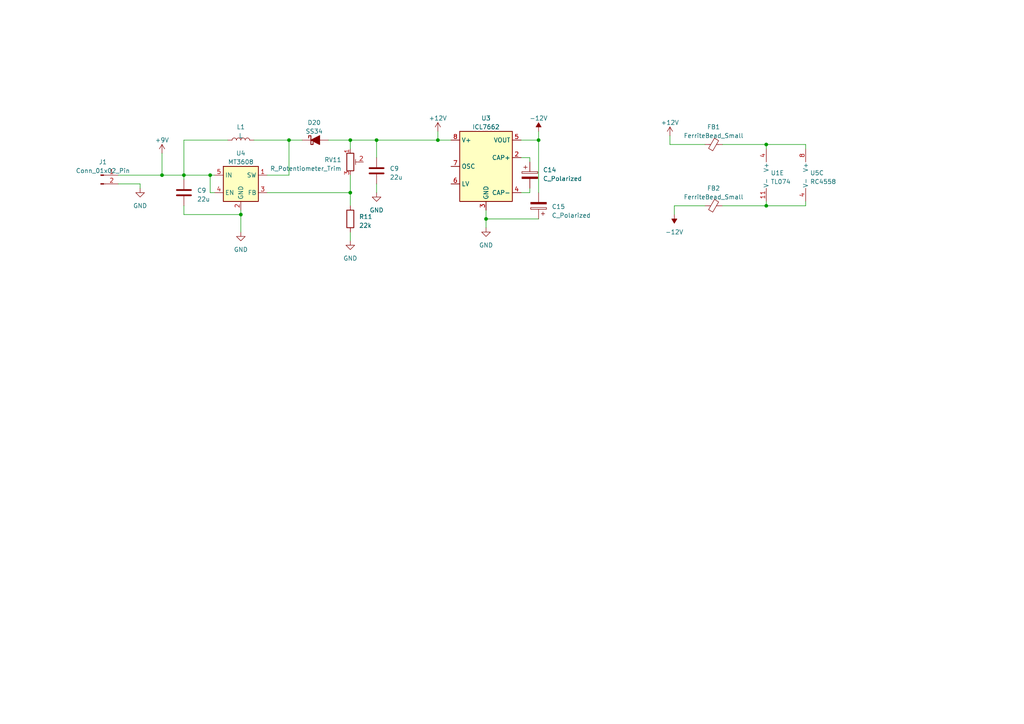
<source format=kicad_sch>
(kicad_sch (version 20230121) (generator eeschema)
  (paper "A4")
  (lib_symbols
    (symbol "Amplifier_Operational:RC4558" (pin_names (offset 0.127))
      (property "Reference" "U" (at 0 5.08 0))
      (property "Value" "RC4558" (at 0 -5.08 0))
      (symbol "RC4558_1_1"
        (polyline (pts (xy -5.08 5.08) (xy 5.08 0) (xy -5.08 -5.08) (xy -5.08 5.08)) (stroke (width 0.254)) (fill (type background)))
        (pin output line (at 7.62 0 180) (length 2.54) (name "~") (number "1"))
        (pin input line (at -7.62 -2.54 0) (length 2.54) (name "-") (number "2"))
        (pin input line (at -7.62 2.54 0) (length 2.54) (name "+") (number "3"))
      )
      (symbol "RC4558_2_1"
        (polyline (pts (xy -5.08 5.08) (xy 5.08 0) (xy -5.08 -5.08) (xy -5.08 5.08)) (stroke (width 0.254)) (fill (type background)))
        (pin input line (at -7.62 2.54 0) (length 2.54) (name "+") (number "5"))
        (pin input line (at -7.62 -2.54 0) (length 2.54) (name "-") (number "6"))
        (pin output line (at 7.62 0 180) (length 2.54) (name "~") (number "7"))
      )
      (symbol "RC4558_3_1"
        (pin power_in line (at -2.54 -7.62 90) (length 3.81) (name "V-") (number "4"))
        (pin power_in line (at -2.54 7.62 270) (length 3.81) (name "V+") (number "8"))
      )
    )
    (symbol "Amplifier_Operational:TL074" (pin_names (offset 0.127))
      (property "Reference" "U" (at 0 5.08 0))
      (property "Value" "TL074" (at 0 -5.08 0))
      (symbol "TL074_1_1"
        (polyline (pts (xy -5.08 5.08) (xy 5.08 0) (xy -5.08 -5.08) (xy -5.08 5.08)) (stroke (width 0.254)) (fill (type background)))
        (pin output line (at 7.62 0 180) (length 2.54) (name "~") (number "1"))
        (pin input line (at -7.62 -2.54 0) (length 2.54) (name "-") (number "2"))
        (pin input line (at -7.62 2.54 0) (length 2.54) (name "+") (number "3"))
      )
      (symbol "TL074_2_1"
        (polyline (pts (xy -5.08 5.08) (xy 5.08 0) (xy -5.08 -5.08) (xy -5.08 5.08)) (stroke (width 0.254)) (fill (type background)))
        (pin input line (at -7.62 2.54 0) (length 2.54) (name "+") (number "5"))
        (pin input line (at -7.62 -2.54 0) (length 2.54) (name "-") (number "6"))
        (pin output line (at 7.62 0 180) (length 2.54) (name "~") (number "7"))
      )
      (symbol "TL074_3_1"
        (polyline (pts (xy -5.08 5.08) (xy 5.08 0) (xy -5.08 -5.08) (xy -5.08 5.08)) (stroke (width 0.254)) (fill (type background)))
        (pin input line (at -7.62 2.54 0) (length 2.54) (name "+") (number "10"))
        (pin output line (at 7.62 0 180) (length 2.54) (name "~") (number "8"))
        (pin input line (at -7.62 -2.54 0) (length 2.54) (name "-") (number "9"))
      )
      (symbol "TL074_4_1"
        (polyline (pts (xy -5.08 5.08) (xy 5.08 0) (xy -5.08 -5.08) (xy -5.08 5.08)) (stroke (width 0.254)) (fill (type background)))
        (pin input line (at -7.62 2.54 0) (length 2.54) (name "+") (number "12"))
        (pin input line (at -7.62 -2.54 0) (length 2.54) (name "-") (number "13"))
        (pin output line (at 7.62 0 180) (length 2.54) (name "~") (number "14"))
      )
      (symbol "TL074_5_1"
        (pin power_in line (at -2.54 -7.62 90) (length 3.81) (name "V-") (number "11"))
        (pin power_in line (at -2.54 7.62 270) (length 3.81) (name "V+") (number "4"))
      )
    )
    (symbol "Connector:Conn_01x02_Pin" (pin_names (offset 1.016) hide)
      (property "Reference" "J" (at 0 2.54 0))
      (property "Value" "Conn_01x02_Pin" (at 0 -5.08 0))
      (symbol "Conn_01x02_Pin_1_1"
        (polyline (pts (xy 1.27 -2.54) (xy 0.8636 -2.54)) (stroke (width 0.1524)))
        (polyline (pts (xy 1.27 0) (xy 0.8636 0)) (stroke (width 0.1524)))
        (rectangle (start 0.8636 -2.413) (end 0 -2.667) (stroke (width 0.1524)) (fill (type outline)))
        (rectangle (start 0.8636 0.127) (end 0 -0.127) (stroke (width 0.1524)) (fill (type outline)))
        (pin passive line (at 5.08 0 180) (length 3.81) (name "Pin_1") (number "1"))
        (pin passive line (at 5.08 -2.54 180) (length 3.81) (name "Pin_2") (number "2"))
      )
    )
    (symbol "Device:C_Polarized" (pin_numbers hide) (pin_names (offset 0.254))
      (property "Reference" "C" (at 0.635 2.54 0))
      (property "Value" "C_Polarized" (at 0.635 -2.54 0))
      (symbol "C_Polarized_0_1"
        (rectangle (start -2.286 0.508) (end 2.286 1.016))
        (polyline (pts (xy -1.778 2.286) (xy -0.762 2.286)))
        (polyline (pts (xy -1.27 2.794) (xy -1.27 1.778)))
        (rectangle (start 2.286 -0.508) (end -2.286 -1.016) (fill (type outline)))
      )
      (symbol "C_Polarized_1_1"
        (pin passive line (at 0 3.81 270) (length 2.794) (name "~") (number "1"))
        (pin passive line (at 0 -3.81 90) (length 2.794) (name "~") (number "2"))
      )
    )
    (symbol "Device:FerriteBead_Small" (pin_numbers hide) (pin_names (offset 0))
      (property "Reference" "FB" (at 1.905 1.27 0))
      (property "Value" "FerriteBead_Small" (at 1.905 -1.27 0))
      (symbol "FerriteBead_Small_0_1"
        (polyline (pts (xy 0 -1.27) (xy 0 -0.7874)))
        (polyline (pts (xy 0 0.889) (xy 0 1.2954)))
        (polyline (pts (xy -1.8288 0.2794) (xy -1.1176 1.4986) (xy 1.8288 -0.2032) (xy 1.1176 -1.4224) (xy -1.8288 0.2794)))
      )
      (symbol "FerriteBead_Small_1_1"
        (pin passive line (at 0 2.54 270) (length 1.27) (name "~") (number "1"))
        (pin passive line (at 0 -2.54 90) (length 1.27) (name "~") (number "2"))
      )
    )
    (symbol "Device:L" (pin_numbers hide) (pin_names (offset 1.016) hide)
      (property "Reference" "L" (at -1.27 0 90))
      (property "Value" "L" (at 1.905 0 90))
      (symbol "L_0_1"
        (arc (start 0 -2.54) (mid 0.6323 -1.905) (end 0 -1.27))
        (arc (start 0 -1.27) (mid 0.6323 -0.635) (end 0 0))
        (arc (start 0 0) (mid 0.6323 0.635) (end 0 1.27))
        (arc (start 0 1.27) (mid 0.6323 1.905) (end 0 2.54))
      )
      (symbol "L_1_1"
        (pin passive line (at 0 3.81 270) (length 1.27) (name "1") (number "1"))
        (pin passive line (at 0 -3.81 90) (length 1.27) (name "2") (number "2"))
      )
    )
    (symbol "Device:R_Potentiometer_Trim" (pin_names (offset 1.016) hide)
      (property "Reference" "RV" (at -4.445 0 90))
      (property "Value" "R_Potentiometer_Trim" (at -2.54 0 90))
      (symbol "R_Potentiometer_Trim_0_1"
        (polyline (pts (xy 1.524 0.762) (xy 1.524 -0.762)))
        (polyline (pts (xy 2.54 0) (xy 1.524 0)))
        (rectangle (start 1.016 2.54) (end -1.016 -2.54) (stroke (width 0.254)))
      )
      (symbol "R_Potentiometer_Trim_1_1"
        (pin passive line (at 0 3.81 270) (length 1.27) (name "1") (number "1"))
        (pin passive line (at 3.81 0 180) (length 1.27) (name "2") (number "2"))
        (pin passive line (at 0 -3.81 90) (length 1.27) (name "3") (number "3"))
      )
    )
    (symbol "PCM_Capacitor_AKL:C_0603" (pin_numbers hide) (pin_names (offset 0.254))
      (property "Reference" "C" (at 0.635 2.54 0))
      (property "Value" "C_0603" (at 0.635 -2.54 0))
      (symbol "C_0603_0_1"
        (polyline (pts (xy -2.032 -0.762) (xy 2.032 -0.762)) (stroke (width 0.508)))
        (polyline (pts (xy -2.032 0.762) (xy 2.032 0.762)) (stroke (width 0.508)))
      )
      (symbol "C_0603_1_1"
        (pin passive line (at 0 3.81 270) (length 2.794) (name "~") (number "1"))
        (pin passive line (at 0 -3.81 90) (length 2.794) (name "~") (number "2"))
      )
    )
    (symbol "PCM_Diode_Schottky_AKL:SS34" (pin_numbers hide) (pin_names (offset 1.016) hide)
      (property "Reference" "D" (at 0 5.08 0))
      (property "Value" "SS34" (at 0 2.54 0))
      (symbol "SS34_0_1"
        (polyline (pts (xy -1.27 0) (xy 1.27 0)))
        (polyline (pts (xy -1.27 -1.27) (xy -1.27 1.27) (xy 1.27 0) (xy -1.27 -1.27)) (stroke (width 0.254)) (fill (type outline)))
        (polyline (pts (xy 1.905 -0.635) (xy 1.905 -1.27) (xy 1.27 -1.27) (xy 1.27 1.27) (xy 0.635 1.27) (xy 0.635 0.635)) (stroke (width 0.254)))
      )
      (symbol "SS34_1_1"
        (pin passive line (at 3.81 0 180) (length 2.54) (name "K") (number "1"))
        (pin passive line (at -3.81 0 0) (length 2.54) (name "A") (number "2"))
      )
    )
    (symbol "PCM_Resistor_AKL:R_0603" (pin_numbers hide) (pin_names (offset 0))
      (property "Reference" "R" (at 2.54 1.27 0))
      (property "Value" "R_0603" (at 2.54 -1.27 0))
      (symbol "R_0603_0_1"
        (rectangle (start -1.016 -2.54) (end 1.016 2.54) (stroke (width 0.254)))
      )
      (symbol "R_0603_1_1"
        (pin passive line (at 0 3.81 270) (length 1.27) (name "~") (number "1"))
        (pin passive line (at 0 -3.81 90) (length 1.27) (name "~") (number "2"))
      )
    )
    (symbol "Regulator_SwitchedCapacitor:ICL7660"
      (property "Reference" "U" (at -6.35 11.43 0))
      (property "Value" "ICL7660" (at 3.81 11.43 0))
      (symbol "ICL7660_0_1"
        (rectangle (start -7.62 10.16) (end 7.62 -10.16) (stroke (width 0.254)) (fill (type background)))
      )
      (symbol "ICL7660_1_1"
        (pin no_connect line (at -7.62 5.08 0) (length 2.54) hide (name "NC") (number "1"))
        (pin input line (at 10.16 2.54 180) (length 2.54) (name "CAP+") (number "2"))
        (pin power_in line (at 0 -12.7 90) (length 2.54) (name "GND") (number "3"))
        (pin input line (at 10.16 -7.62 180) (length 2.54) (name "CAP-") (number "4"))
        (pin power_out line (at 10.16 7.62 180) (length 2.54) (name "VOUT") (number "5"))
        (pin input line (at -10.16 -5.08 0) (length 2.54) (name "LV") (number "6"))
        (pin input line (at -10.16 0 0) (length 2.54) (name "OSC") (number "7"))
        (pin power_in line (at -10.16 7.62 0) (length 2.54) (name "V+") (number "8"))
      )
    )
    (symbol "Regulator_Switching:MT3608"
      (property "Reference" "U" (at -2.54 8.89 0))
      (property "Value" "MT3608" (at -3.81 6.35 0))
      (symbol "MT3608_0_1"
        (rectangle (start -5.08 5.08) (end 5.08 -5.08) (stroke (width 0.254)) (fill (type background)))
      )
      (symbol "MT3608_1_1"
        (pin passive line (at 7.62 2.54 180) (length 2.54) (name "SW") (number "1"))
        (pin power_in line (at 0 -7.62 90) (length 2.54) (name "GND") (number "2"))
        (pin input line (at 7.62 -2.54 180) (length 2.54) (name "FB") (number "3"))
        (pin input line (at -7.62 -2.54 0) (length 2.54) (name "EN") (number "4"))
        (pin power_in line (at -7.62 2.54 0) (length 2.54) (name "IN") (number "5"))
        (pin no_connect line (at 5.08 0 180) (length 2.54) hide (name "NC") (number "6"))
      )
    )
    (symbol "power:+12V" (power) (pin_names (offset 0))
      (property "Value" "+12V" (at 0 3.556 0))
      (symbol "+12V_0_1"
        (polyline (pts (xy -0.762 1.27) (xy 0 2.54)))
        (polyline (pts (xy 0 0) (xy 0 2.54)))
        (polyline (pts (xy 0 2.54) (xy 0.762 1.27)))
      )
      (symbol "+12V_1_1"
        (pin power_in line (at 0 0 90) (length 0) hide (name "+12V") (number "1"))
      )
    )
    (symbol "power:+9V" (power) (pin_names (offset 0))
      (property "Value" "+9V" (at 0 3.556 0))
      (symbol "+9V_0_1"
        (polyline (pts (xy -0.762 1.27) (xy 0 2.54)))
        (polyline (pts (xy 0 0) (xy 0 2.54)))
        (polyline (pts (xy 0 2.54) (xy 0.762 1.27)))
      )
      (symbol "+9V_1_1"
        (pin power_in line (at 0 0 90) (length 0) hide (name "+9V") (number "1"))
      )
    )
    (symbol "power:-12V" (power) (pin_names (offset 0))
      (property "Value" "-12V" (at 0 3.81 0))
      (symbol "-12V_0_0"
        (pin power_in line (at 0 0 90) (length 0) hide (name "-12V") (number "1"))
      )
      (symbol "-12V_0_1"
        (polyline (pts (xy 0 0) (xy 0 1.27) (xy 0.762 1.27) (xy 0 2.54) (xy -0.762 1.27) (xy 0 1.27)) (fill (type outline)))
      )
    )
    (symbol "power:GND" (power) (pin_names (offset 0))
      (property "Value" "GND" (at 0 -3.81 0))
      (symbol "GND_0_1"
        (polyline (pts (xy 0 0) (xy 0 -1.27) (xy 1.27 -1.27) (xy 0 -2.54) (xy -1.27 -1.27) (xy 0 -1.27)))
      )
      (symbol "GND_1_1"
        (pin power_in line (at 0 0 270) (length 0) hide (name "GND") (number "1"))
      )
    )
  )
  (junction (at 140.97 63.5))
  (junction (at 127 40.64))
  (junction (at 101.6 55.88))
  (junction (at 101.6 40.64))
  (junction (at 60.96 50.8))
  (junction (at 222.25 59.69))
  (junction (at 46.99 50.8))
  (junction (at 69.85 62.23))
  (junction (at 109.22 40.64))
  (junction (at 83.82 40.64))
  (junction (at 222.25 41.91))
  (junction (at 156.21 40.64))
  (junction (at 53.34 50.8))
  (wire (pts (xy 66.04 40.64) (xy 53.34 40.64)))
  (wire (pts (xy 222.25 41.91) (xy 209.55 41.91)))
  (wire (pts (xy 53.34 52.07) (xy 53.34 50.8)))
  (wire (pts (xy 46.99 50.8) (xy 53.34 50.8)))
  (wire (pts (xy 101.6 40.64) (xy 101.6 43.18)))
  (wire (pts (xy 127 38.1) (xy 127 40.64)))
  (wire (pts (xy 101.6 50.8) (xy 101.6 55.88)))
  (wire (pts (xy 69.85 62.23) (xy 69.85 67.31)))
  (wire (pts (xy 34.29 53.34) (xy 40.64 53.34)))
  (wire (pts (xy 130.81 40.64) (xy 127 40.64)))
  (wire (pts (xy 156.21 40.64) (xy 156.21 55.88)))
  (wire (pts (xy 40.64 53.34) (xy 40.64 54.61)))
  (wire (pts (xy 140.97 63.5) (xy 156.21 63.5)))
  (wire (pts (xy 53.34 50.8) (xy 60.96 50.8)))
  (wire (pts (xy 53.34 59.69) (xy 53.34 62.23)))
  (wire (pts (xy 140.97 60.96) (xy 140.97 63.5)))
  (wire (pts (xy 233.68 41.91) (xy 222.25 41.91)))
  (wire (pts (xy 109.22 53.34) (xy 109.22 55.88)))
  (wire (pts (xy 233.68 43.18) (xy 233.68 41.91)))
  (wire (pts (xy 101.6 55.88) (xy 101.6 59.69)))
  (wire (pts (xy 195.58 59.69) (xy 204.47 59.69)))
  (wire (pts (xy 53.34 62.23) (xy 69.85 62.23)))
  (wire (pts (xy 233.68 59.69) (xy 222.25 59.69)))
  (wire (pts (xy 222.25 59.69) (xy 222.25 58.42)))
  (wire (pts (xy 34.29 50.8) (xy 46.99 50.8)))
  (wire (pts (xy 151.13 45.72) (xy 153.67 45.72)))
  (wire (pts (xy 46.99 44.45) (xy 46.99 50.8)))
  (wire (pts (xy 77.47 55.88) (xy 101.6 55.88)))
  (wire (pts (xy 101.6 67.31) (xy 101.6 69.85)))
  (wire (pts (xy 233.68 59.69) (xy 233.68 58.42)))
  (wire (pts (xy 62.23 55.88) (xy 60.96 55.88)))
  (wire (pts (xy 60.96 50.8) (xy 62.23 50.8)))
  (wire (pts (xy 153.67 45.72) (xy 153.67 46.99)))
  (wire (pts (xy 195.58 62.23) (xy 195.58 59.69)))
  (wire (pts (xy 222.25 43.18) (xy 222.25 41.91)))
  (wire (pts (xy 109.22 40.64) (xy 127 40.64)))
  (wire (pts (xy 83.82 40.64) (xy 87.63 40.64)))
  (wire (pts (xy 140.97 63.5) (xy 140.97 66.04)))
  (wire (pts (xy 101.6 40.64) (xy 109.22 40.64)))
  (wire (pts (xy 194.31 39.37) (xy 194.31 41.91)))
  (wire (pts (xy 153.67 55.88) (xy 151.13 55.88)))
  (wire (pts (xy 209.55 59.69) (xy 222.25 59.69)))
  (wire (pts (xy 194.31 41.91) (xy 204.47 41.91)))
  (wire (pts (xy 77.47 50.8) (xy 83.82 50.8)))
  (wire (pts (xy 69.85 60.96) (xy 69.85 62.23)))
  (wire (pts (xy 83.82 40.64) (xy 83.82 50.8)))
  (wire (pts (xy 156.21 38.1) (xy 156.21 40.64)))
  (wire (pts (xy 156.21 40.64) (xy 151.13 40.64)))
  (wire (pts (xy 53.34 40.64) (xy 53.34 50.8)))
  (wire (pts (xy 95.25 40.64) (xy 101.6 40.64)))
  (wire (pts (xy 60.96 55.88) (xy 60.96 50.8)))
  (wire (pts (xy 109.22 40.64) (xy 109.22 45.72)))
  (wire (pts (xy 73.66 40.64) (xy 83.82 40.64)))
  (wire (pts (xy 153.67 54.61) (xy 153.67 55.88)))
  (symbol (lib_id "PCM_Capacitor_AKL:C_0603") (at 53.34 55.88 180) (unit 1)
    (property "Reference" "C9" (at 57.15 55.245 0) (effects (justify right)))
    (property "Value" "22u" (at 57.15 57.785 0) (effects (justify right)))
    (property "Footprint" "Capacitor_SMD:C_0402_1005Metric_Pad0.74x0.62mm_HandSolder" (effects hide))
    (instances (project "CustomPlexi" (path "" (reference "C9") (unit 1)) (path "" (reference "C11") (unit 1)) (path "" (reference "C16") (unit 1))))
  )
  (symbol (lib_id "power:-12V") (at 195.58 62.23 180) (unit 1)
    (property "Reference" "#PWR025" (effects hide))
    (property "Value" "-12V" (at 195.58 67.31 0))
  )
  (symbol (lib_id "Amplifier_Operational:TL074") (at 224.79 50.8 0) (unit 5)
    (property "Reference" "U1" (at 223.52 50.165 0) (effects (justify left)))
    (property "Value" "TL074" (at 223.52 52.705 0) (effects (justify left)))
    (property "Footprint" "Package_SO:SOIC-14W_7.5x9mm_P1.27mm" (effects hide))
    (property "Datasheet" "http://www.ti.com/lit/ds/symlink/tl071.pdf" (effects hide))
  )
  (symbol (lib_id "power:GND") (at 140.97 66.04 0) (unit 1)
    (property "Reference" "#PWR05" (effects hide))
    (property "Value" "GND" (at 140.97 71.12 0))
    (instances (project "CustomPlexi" (path "" (reference "#PWR05") (unit 1)) (path "" (reference "#PWR08") (unit 1)) (path "" (reference "#PWR023") (unit 1))))
  )
  (symbol (lib_id "Regulator_SwitchedCapacitor:ICL7660") (at 140.97 48.26 0) (unit 1)
    (property "Reference" "U3" (at 140.97 34.29 0))
    (property "Value" "ICL7662" (at 140.97 36.83 0))
    (property "Footprint" "PCM_Package_SO_AKL:SOIC-8_3.9x4.9mm_P1.27mm" (effects hide))
    (property "Datasheet" "http://datasheets.maximintegrated.com/en/ds/ICL7660-MAX1044.pdf" (effects hide))
  )
  (symbol (lib_id "power:-12V") (at 156.21 38.1 0) (unit 1)
    (property "Reference" "#PWR022" (effects hide))
    (property "Value" "-12V" (at 156.21 34.29 0))
  )
  (symbol (lib_id "Device:FerriteBead_Small") (at 207.01 59.69 90) (unit 1)
    (property "Reference" "FB2" (at 206.9719 54.61 90))
    (property "Value" "FerriteBead_Small" (at 206.9719 57.15 90))
    (property "Footprint" "PCM_Ferrite_SMD_AKL:Ferrite_0402_1005Metric" (effects hide))
  )
  (symbol (lib_id "power:+12V") (at 127 38.1 0) (unit 1)
    (property "Reference" "#PWR021" (effects hide))
    (property "Value" "+12V" (at 127 34.29 0))
  )
  (symbol (lib_id "power:GND") (at 69.85 67.31 0) (unit 1)
    (property "Reference" "#PWR05" (effects hide))
    (property "Value" "GND" (at 69.85 72.39 0))
    (instances (project "CustomPlexi" (path "" (reference "#PWR05") (unit 1)) (path "" (reference "#PWR08") (unit 1)) (path "" (reference "#PWR026") (unit 1))))
  )
  (symbol (lib_id "power:GND") (at 40.64 54.61 0) (unit 1)
    (property "Reference" "#PWR05" (effects hide))
    (property "Value" "GND" (at 40.64 59.69 0))
    (instances (project "CustomPlexi" (path "" (reference "#PWR05") (unit 1)) (path "" (reference "#PWR08") (unit 1)) (path "" (reference "#PWR019") (unit 1))))
  )
  (symbol (lib_id "power:+9V") (at 46.99 44.45 0) (unit 1)
    (property "Reference" "#PWR020" (effects hide))
    (property "Value" "+9V" (at 46.99 40.64 0))
  )
  (symbol (lib_id "PCM_Resistor_AKL:R_0603") (at 101.6 63.5 180) (unit 1)
    (property "Reference" "R11" (at 104.14 62.865 0) (effects (justify right)))
    (property "Value" "22k" (at 104.14 65.405 0) (effects (justify right)))
    (property "Footprint" "Resistor_SMD:R_0402_1005Metric_Pad0.72x0.64mm_HandSolder" (effects hide))
    (instances (project "CustomPlexi" (path "" (reference "R11") (unit 1)) (path "" (reference "R15") (unit 1)) (path "" (reference "R19") (unit 1))))
  )
  (symbol (lib_id "PCM_Diode_Schottky_AKL:SS34") (at 91.44 40.64 180) (unit 1)
    (property "Reference" "D20" (at 91.1225 35.56 0))
    (property "Value" "SS34" (at 91.1225 38.1 0))
    (property "Footprint" "Diode_SMD:D_0201_0603Metric_Pad0.64x0.40mm_HandSolder" (effects hide))
    (property "Datasheet" "https://www.tme.eu/Document/4534c3d1273464918563ce78bdeb2ece/SS34-E3-57T.pdf" (effects hide))
  )
  (symbol (lib_id "Amplifier_Operational:RC4558") (at 236.22 50.8 0) (unit 3)
    (property "Reference" "U5" (at 234.95 50.165 0) (effects (justify left)))
    (property "Value" "RC4558" (at 234.95 52.705 0) (effects (justify left)))
    (property "Datasheet" "http://www.ti.com/lit/ds/symlink/rc4558.pdf" (effects hide))
  )
  (symbol (lib_id "PCM_Capacitor_AKL:C_0603") (at 109.22 49.53 180) (unit 1)
    (property "Reference" "C9" (at 113.03 48.895 0) (effects (justify right)))
    (property "Value" "22u" (at 113.03 51.435 0) (effects (justify right)))
    (property "Footprint" "Capacitor_SMD:C_0402_1005Metric_Pad0.74x0.62mm_HandSolder" (effects hide))
    (instances (project "CustomPlexi" (path "" (reference "C9") (unit 1)) (path "" (reference "C11") (unit 1)) (path "" (reference "C17") (unit 1))))
  )
  (symbol (lib_id "power:+12V") (at 194.31 39.37 0) (unit 1)
    (property "Reference" "#PWR024" (effects hide))
    (property "Value" "+12V" (at 194.31 35.56 0))
  )
  (symbol (lib_id "Connector:Conn_01x02_Pin") (at 29.21 50.8 0) (unit 1)
    (property "Reference" "J1" (at 29.845 46.99 0))
    (property "Value" "Conn_01x02_Pin" (at 29.845 49.53 0))
    (property "Footprint" "Connector_PinHeader_2.54mm:PinHeader_1x02_P2.54mm_Vertical" (effects hide))
  )
  (symbol (lib_id "Device:R_Potentiometer_Trim") (at 101.6 46.99 0) (unit 1)
    (property "Reference" "RV11" (at 99.06 46.355 0) (effects (justify right)))
    (property "Value" "R_Potentiometer_Trim" (at 99.06 48.895 0) (effects (justify right)))
    (property "Footprint" "Potentiometer_THT:Potentiometer_Runtron_RM-065_Vertical" (effects hide))
  )
  (symbol (lib_id "Device:C_Polarized") (at 153.67 50.8 0) (unit 1)
    (property "Reference" "C14" (at 157.48 49.276 0) (effects (justify left)))
    (property "Value" "C_Polarized" (at 157.48 51.816 0) (effects (justify left)))
    (property "Footprint" "Capacitor_THT:CP_Radial_D6.3mm_P2.50mm" (effects hide))
  )
  (symbol (lib_id "Device:L") (at 69.85 40.64 90) (unit 1)
    (property "Reference" "L1" (at 69.85 36.83 90))
    (property "Value" "L" (at 69.85 39.37 90))
    (property "Footprint" "Inductor_SMD:L_0603_1608Metric" (effects hide))
  )
  (symbol (lib_id "power:GND") (at 109.22 55.88 0) (unit 1)
    (property "Reference" "#PWR05" (effects hide))
    (property "Value" "GND" (at 109.22 60.96 0))
    (instances (project "CustomPlexi" (path "" (reference "#PWR05") (unit 1)) (path "" (reference "#PWR08") (unit 1)) (path "" (reference "#PWR028") (unit 1))))
  )
  (symbol (lib_id "Device:FerriteBead_Small") (at 207.01 41.91 90) (unit 1)
    (property "Reference" "FB1" (at 206.9719 36.83 90))
    (property "Value" "FerriteBead_Small" (at 206.9719 39.37 90))
    (property "Footprint" "PCM_Ferrite_SMD_AKL:Ferrite_0402_1005Metric" (effects hide))
  )
  (symbol (lib_id "Regulator_Switching:MT3608") (at 69.85 53.34 0) (unit 1)
    (property "Reference" "U4" (at 69.85 44.45 0))
    (property "Value" "MT3608" (at 69.85 46.99 0))
    (property "Footprint" "Package_TO_SOT_SMD:SOT-23-6" (effects hide))
    (property "Datasheet" "https://www.olimex.com/Products/Breadboarding/BB-PWR-3608/resources/MT3608.pdf" (effects hide))
  )
  (symbol (lib_id "Device:C_Polarized") (at 156.21 59.69 180) (unit 1)
    (property "Reference" "C15" (at 160.02 59.944 0) (effects (justify right)))
    (property "Value" "C_Polarized" (at 160.02 62.484 0) (effects (justify right)))
    (property "Footprint" "Capacitor_THT:CP_Radial_D6.3mm_P2.50mm" (effects hide))
  )
  (symbol (lib_id "power:GND") (at 101.6 69.85 0) (unit 1)
    (property "Reference" "#PWR05" (effects hide))
    (property "Value" "GND" (at 101.6 74.93 0))
    (instances (project "CustomPlexi" (path "" (reference "#PWR05") (unit 1)) (path "" (reference "#PWR08") (unit 1)) (path "" (reference "#PWR027") (unit 1))))
  )
)
</source>
